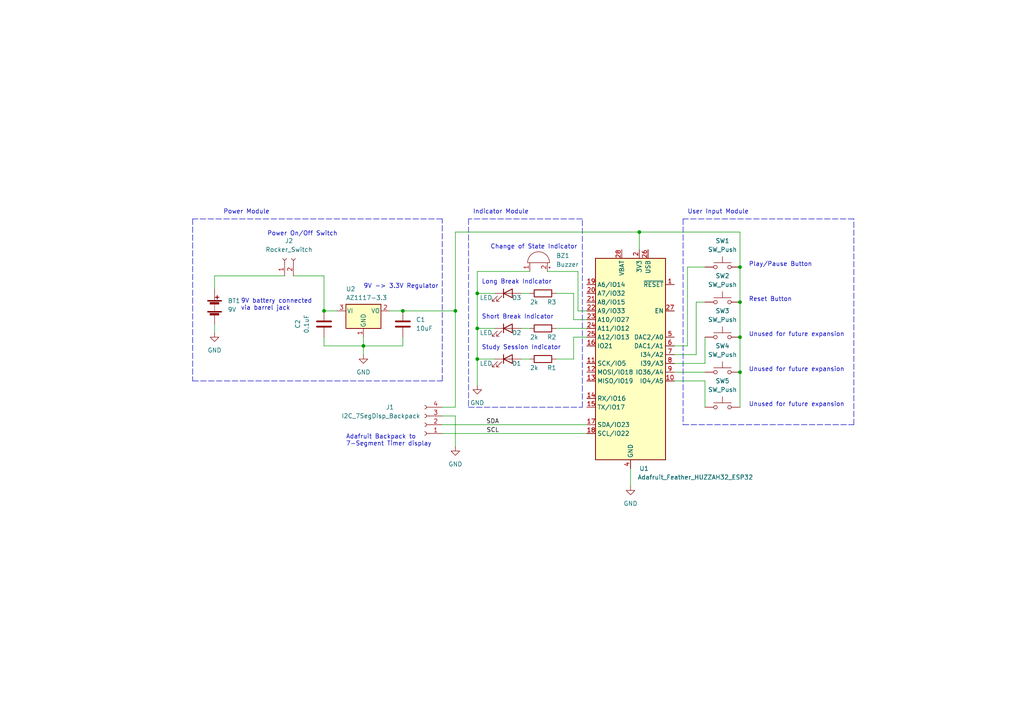
<source format=kicad_sch>
(kicad_sch (version 20211123) (generator eeschema)
  (paper "A4")
  (title_block (title "Pomodoro Clock Schematic") (date "2023-11-09") (rev "V1") (company "Portland State University - ECE 411: Industry Design Process (Team 8)"))
  (lib_symbols
    (symbol "Buzzer_1" (pin_names (offset 0.0254) hide)
      (property "Reference" "BZ" (at 3.81 1.27 0))
      (property "Value" "Buzzer_1" (at 3.81 -1.27 0))
      (symbol "Buzzer_1_0_1"
        (arc (start 0 -3.175) (mid 3.175 0) (end 0 3.175))
        (polyline (pts (xy -1.651 -3.175) (xy -1.143 -3.175)))
        (polyline (pts (xy -1.397 -2.921) (xy -1.397 -3.429)))
        (polyline (pts (xy 0 3.175) (xy 0 -3.175)))
      )
      (symbol "Buzzer_1_1_1"
        (pin passive line (at -2.54 2.54 0) (length 2.54) (name "-") (number "1"))
        (pin passive line (at -2.54 -2.54 0) (length 2.54) (name "+") (number "2"))
      )
    )
    (symbol "Connector:Conn_01x02_Female" (pin_names (offset 1.016) hide)
      (property "Reference" "J" (at 0 2.54 0))
      (property "Value" "Conn_01x02_Female" (at 0 -5.08 0))
      (symbol "Conn_01x02_Female_1_1"
        (arc (start 0 -2.032) (mid -0.508 -2.54) (end 0 -3.048) (stroke (width 0.1524)))
        (polyline (pts (xy -1.27 -2.54) (xy -0.508 -2.54)) (stroke (width 0.1524)))
        (polyline (pts (xy -1.27 0) (xy -0.508 0)) (stroke (width 0.1524)))
        (arc (start 0 0.508) (mid -0.508 0) (end 0 -0.508) (stroke (width 0.1524)))
        (pin passive line (at -5.08 0 0) (length 3.81) (name "Pin_1") (number "1"))
        (pin passive line (at -5.08 -2.54 0) (length 3.81) (name "Pin_2") (number "2"))
      )
    )
    (symbol "Connector:Conn_01x04_Female" (pin_names (offset 1.016) hide)
      (property "Reference" "J" (at 0 5.08 0))
      (property "Value" "Conn_01x04_Female" (at 0 -7.62 0))
      (symbol "Conn_01x04_Female_1_1"
        (arc (start 0 -4.572) (mid -0.508 -5.08) (end 0 -5.588) (stroke (width 0.1524)))
        (arc (start 0 -2.032) (mid -0.508 -2.54) (end 0 -3.048) (stroke (width 0.1524)))
        (polyline (pts (xy -1.27 -5.08) (xy -0.508 -5.08)) (stroke (width 0.1524)))
        (polyline (pts (xy -1.27 -2.54) (xy -0.508 -2.54)) (stroke (width 0.1524)))
        (polyline (pts (xy -1.27 0) (xy -0.508 0)) (stroke (width 0.1524)))
        (polyline (pts (xy -1.27 2.54) (xy -0.508 2.54)) (stroke (width 0.1524)))
        (arc (start 0 0.508) (mid -0.508 0) (end 0 -0.508) (stroke (width 0.1524)))
        (arc (start 0 3.048) (mid -0.508 2.54) (end 0 2.032) (stroke (width 0.1524)))
        (pin passive line (at -5.08 2.54 0) (length 3.81) (name "Pin_1") (number "1"))
        (pin passive line (at -5.08 0 0) (length 3.81) (name "Pin_2") (number "2"))
        (pin passive line (at -5.08 -2.54 0) (length 3.81) (name "Pin_3") (number "3"))
        (pin passive line (at -5.08 -5.08 0) (length 3.81) (name "Pin_4") (number "4"))
      )
    )
    (symbol "Device:Battery" (pin_numbers hide) (pin_names (offset 0) hide)
      (property "Reference" "BT" (at 2.54 2.54 0))
      (property "Value" "Battery" (at 2.54 0 0))
      (symbol "Battery_0_1"
        (rectangle (start -2.032 -1.397) (end 2.032 -1.651) (fill (type outline)))
        (rectangle (start -2.032 1.778) (end 2.032 1.524) (fill (type outline)))
        (rectangle (start -1.3208 -1.9812) (end 1.27 -2.4892) (fill (type outline)))
        (rectangle (start -1.3208 1.1938) (end 1.27 0.6858) (fill (type outline)))
        (polyline (pts (xy 0 -1.524) (xy 0 -1.27)))
        (polyline (pts (xy 0 -1.016) (xy 0 -0.762)))
        (polyline (pts (xy 0 -0.508) (xy 0 -0.254)))
        (polyline (pts (xy 0 0) (xy 0 0.254)))
        (polyline (pts (xy 0 0.508) (xy 0 0.762)))
        (polyline (pts (xy 0 1.778) (xy 0 2.54)))
        (polyline (pts (xy 0.254 2.667) (xy 1.27 2.667)) (stroke (width 0.254)))
        (polyline (pts (xy 0.762 3.175) (xy 0.762 2.159)) (stroke (width 0.254)))
      )
      (symbol "Battery_1_1"
        (pin passive line (at 0 5.08 270) (length 2.54) (name "+") (number "1"))
        (pin passive line (at 0 -5.08 90) (length 2.54) (name "-") (number "2"))
      )
    )
    (symbol "Device:C" (pin_numbers hide) (pin_names (offset 0.254))
      (property "Reference" "C" (at 0.635 2.54 0))
      (property "Value" "C" (at 0.635 -2.54 0))
      (symbol "C_0_1"
        (polyline (pts (xy -2.032 -0.762) (xy 2.032 -0.762)) (stroke (width 0.508)))
        (polyline (pts (xy -2.032 0.762) (xy 2.032 0.762)) (stroke (width 0.508)))
      )
      (symbol "C_1_1"
        (pin passive line (at 0 3.81 270) (length 2.794) (name "~") (number "1"))
        (pin passive line (at 0 -3.81 90) (length 2.794) (name "~") (number "2"))
      )
    )
    (symbol "Device:LED" (pin_numbers hide) (pin_names (offset 1.016) hide)
      (property "Reference" "D" (at 0 2.54 0))
      (property "Value" "LED" (at 0 -2.54 0))
      (symbol "LED_0_1"
        (polyline (pts (xy -1.27 -1.27) (xy -1.27 1.27)) (stroke (width 0.254)))
        (polyline (pts (xy -1.27 0) (xy 1.27 0)))
        (polyline (pts (xy 1.27 -1.27) (xy 1.27 1.27) (xy -1.27 0) (xy 1.27 -1.27)) (stroke (width 0.254)))
        (polyline (pts (xy -3.048 -0.762) (xy -4.572 -2.286) (xy -3.81 -2.286) (xy -4.572 -2.286) (xy -4.572 -1.524)))
        (polyline (pts (xy -1.778 -0.762) (xy -3.302 -2.286) (xy -2.54 -2.286) (xy -3.302 -2.286) (xy -3.302 -1.524)))
      )
      (symbol "LED_1_1"
        (pin passive line (at -3.81 0 0) (length 2.54) (name "K") (number "1"))
        (pin passive line (at 3.81 0 180) (length 2.54) (name "A") (number "2"))
      )
    )
    (symbol "Device:R" (pin_numbers hide) (pin_names (offset 0))
      (property "Reference" "R" (at 2.032 0 90))
      (property "Value" "R" (at 0 0 90))
      (symbol "R_0_1"
        (rectangle (start -1.016 -2.54) (end 1.016 2.54) (stroke (width 0.254)))
      )
      (symbol "R_1_1"
        (pin passive line (at 0 3.81 270) (length 1.27) (name "~") (number "1"))
        (pin passive line (at 0 -3.81 90) (length 1.27) (name "~") (number "2"))
      )
    )
    (symbol "MCU_Module:Adafruit_Feather_HUZZAH32_ESP32"
      (property "Reference" "A" (at -10.16 29.21 0))
      (property "Value" "Adafruit_Feather_HUZZAH32_ESP32" (at 2.54 -31.75 0))
      (symbol "Adafruit_Feather_HUZZAH32_ESP32_0_1"
        (rectangle (start -10.16 27.94) (end 10.16 -30.48) (stroke (width 0.254)) (fill (type background)))
      )
      (symbol "Adafruit_Feather_HUZZAH32_ESP32_1_1"
        (pin input line (at 12.7 20.32 180) (length 2.54) (name "~{RESET}") (number "1"))
        (pin bidirectional line (at 12.7 -7.62 180) (length 2.54) (name "IO4/A5") (number "10"))
        (pin bidirectional line (at -12.7 -2.54 0) (length 2.54) (name "SCK/IO5") (number "11"))
        (pin bidirectional line (at -12.7 -5.08 0) (length 2.54) (name "MOSI/IO18") (number "12"))
        (pin bidirectional line (at -12.7 -7.62 0) (length 2.54) (name "MISO/IO19") (number "13"))
        (pin bidirectional line (at -12.7 -12.7 0) (length 2.54) (name "RX/IO16") (number "14"))
        (pin bidirectional line (at -12.7 -15.24 0) (length 2.54) (name "TX/IO17") (number "15"))
        (pin bidirectional line (at -12.7 2.54 0) (length 2.54) (name "IO21") (number "16"))
        (pin bidirectional line (at -12.7 -20.32 0) (length 2.54) (name "SDA/IO23") (number "17"))
        (pin bidirectional line (at -12.7 -22.86 0) (length 2.54) (name "SCL/IO22") (number "18"))
        (pin bidirectional line (at -12.7 20.32 0) (length 2.54) (name "A6/IO14") (number "19"))
        (pin power_in line (at 2.54 30.48 270) (length 2.54) (name "3V3") (number "2"))
        (pin bidirectional line (at -12.7 17.78 0) (length 2.54) (name "A7/IO32") (number "20"))
        (pin bidirectional line (at -12.7 15.24 0) (length 2.54) (name "A8/IO15") (number "21"))
        (pin bidirectional line (at -12.7 12.7 0) (length 2.54) (name "A9/IO33") (number "22"))
        (pin bidirectional line (at -12.7 10.16 0) (length 2.54) (name "A10/IO27") (number "23"))
        (pin bidirectional line (at -12.7 7.62 0) (length 2.54) (name "A11/IO12") (number "24"))
        (pin bidirectional line (at -12.7 5.08 0) (length 2.54) (name "A12/IO13") (number "25"))
        (pin power_in line (at 5.08 30.48 270) (length 2.54) (name "USB") (number "26"))
        (pin input line (at 12.7 12.7 180) (length 2.54) (name "EN") (number "27"))
        (pin power_in line (at -2.54 30.48 270) (length 2.54) (name "VBAT") (number "28"))
        (pin no_connect line (at 10.16 10.16 180) (length 2.54) hide (name "NC") (number "3"))
        (pin power_in line (at 0 -33.02 90) (length 2.54) (name "GND") (number "4"))
        (pin bidirectional line (at 12.7 5.08 180) (length 2.54) (name "DAC2/A0") (number "5"))
        (pin bidirectional line (at 12.7 2.54 180) (length 2.54) (name "DAC1/A1") (number "6"))
        (pin bidirectional line (at 12.7 0 180) (length 2.54) (name "I34/A2") (number "7"))
        (pin bidirectional line (at 12.7 -2.54 180) (length 2.54) (name "I39/A3") (number "8"))
        (pin bidirectional line (at 12.7 -5.08 180) (length 2.54) (name "IO36/A4") (number "9"))
      )
    )
    (symbol "Regulator_Linear:AZ1117-3.3" (pin_names (offset 0.254))
      (property "Reference" "U" (at -3.81 3.175 0))
      (property "Value" "AZ1117-3.3" (at 0 3.175 0))
      (symbol "AZ1117-3.3_0_1"
        (rectangle (start -5.08 1.905) (end 5.08 -5.08) (stroke (width 0.254)) (fill (type background)))
      )
      (symbol "AZ1117-3.3_1_1"
        (pin power_in line (at 0 -7.62 90) (length 2.54) (name "GND") (number "1"))
        (pin power_out line (at 7.62 0 180) (length 2.54) (name "VO") (number "2"))
        (pin power_in line (at -7.62 0 0) (length 2.54) (name "VI") (number "3"))
      )
    )
    (symbol "Switch:SW_Push" (pin_numbers hide) (pin_names (offset 1.016) hide)
      (property "Reference" "SW" (at 1.27 2.54 0))
      (property "Value" "SW_Push" (at 0 -1.524 0))
      (symbol "SW_Push_0_1"
        (circle (center -2.032 0) (radius 0.508))
        (polyline (pts (xy 0 1.27) (xy 0 3.048)))
        (polyline (pts (xy 2.54 1.27) (xy -2.54 1.27)))
        (circle (center 2.032 0) (radius 0.508))
        (pin passive line (at -5.08 0 0) (length 2.54) (name "1") (number "1"))
        (pin passive line (at 5.08 0 180) (length 2.54) (name "2") (number "2"))
      )
    )
    (symbol "power:GND" (power) (pin_names (offset 0))
      (property "Value" "GND" (at 0 -3.81 0))
      (symbol "GND_0_1"
        (polyline (pts (xy 0 0) (xy 0 -1.27) (xy 1.27 -1.27) (xy 0 -2.54) (xy -1.27 -1.27) (xy 0 -1.27)))
      )
      (symbol "GND_1_1"
        (pin power_in line (at 0 0 270) (length 0) hide (name "GND") (number "1"))
      )
    )
  )
  (junction (at 105.41 100.33))
  (junction (at 138.43 95.25))
  (junction (at 214.63 77.47))
  (junction (at 138.43 104.14))
  (junction (at 116.84 90.17))
  (junction (at 93.98 90.17))
  (junction (at 214.63 107.95))
  (junction (at 214.63 87.63))
  (junction (at 132.08 90.17))
  (junction (at 214.63 97.79))
  (junction (at 185.42 67.31))
  (junction (at 138.43 85.09))
  (wire (pts (xy 128.27 120.65) (xy 132.08 120.65)))
  (wire (pts (xy 128.27 118.11) (xy 132.08 118.11)))
  (wire (pts (xy 143.51 104.14) (xy 138.43 104.14)))
  (wire (pts (xy 214.63 77.47) (xy 214.63 87.63)))
  (wire (pts (xy 158.75 78.74) (xy 167.64 78.74)))
  (wire (pts (xy 195.58 100.33) (xy 199.39 100.33)))
  (wire (pts (xy 195.58 105.41) (xy 204.47 105.41)))
  (wire (pts (xy 166.37 97.79) (xy 166.37 104.14)))
  (wire (pts (xy 138.43 95.25) (xy 138.43 104.14)))
  (wire (pts (xy 62.23 93.98) (xy 62.23 96.52)))
  (polyline (pts (xy 135.89 118.11) (xy 168.91 118.11)))
  (wire (pts (xy 151.13 95.25) (xy 153.67 95.25)))
  (polyline (pts (xy 135.89 63.5) (xy 135.89 118.11)))
  (wire (pts (xy 138.43 95.25) (xy 143.51 95.25)))
  (polyline (pts (xy 128.27 110.49) (xy 128.27 63.5)))
  (wire (pts (xy 128.27 125.73) (xy 170.18 125.73)))
  (wire (pts (xy 93.98 80.01) (xy 93.98 90.17)))
  (wire (pts (xy 204.47 87.63) (xy 201.93 87.63)))
  (wire (pts (xy 138.43 85.09) (xy 138.43 95.25)))
  (wire (pts (xy 214.63 87.63) (xy 214.63 97.79)))
  (wire (pts (xy 170.18 97.79) (xy 166.37 97.79)))
  (polyline (pts (xy 168.91 63.5) (xy 135.89 63.5)))
  (wire (pts (xy 166.37 104.14) (xy 161.29 104.14)))
  (wire (pts (xy 185.42 67.31) (xy 214.63 67.31)))
  (polyline (pts (xy 168.91 118.11) (xy 168.91 63.5)))
  (wire (pts (xy 132.08 118.11) (xy 132.08 90.17)))
  (wire (pts (xy 116.84 100.33) (xy 105.41 100.33)))
  (wire (pts (xy 161.29 95.25) (xy 170.18 95.25)))
  (wire (pts (xy 204.47 110.49) (xy 204.47 118.11)))
  (wire (pts (xy 138.43 104.14) (xy 138.43 111.76)))
  (wire (pts (xy 166.37 92.71) (xy 170.18 92.71)))
  (wire (pts (xy 138.43 78.74) (xy 153.67 78.74)))
  (wire (pts (xy 214.63 67.31) (xy 214.63 77.47)))
  (wire (pts (xy 132.08 67.31) (xy 185.42 67.31)))
  (wire (pts (xy 116.84 90.17) (xy 132.08 90.17)))
  (wire (pts (xy 199.39 100.33) (xy 199.39 77.47)))
  (wire (pts (xy 166.37 85.09) (xy 166.37 92.71)))
  (wire (pts (xy 214.63 97.79) (xy 214.63 107.95)))
  (wire (pts (xy 138.43 78.74) (xy 138.43 85.09)))
  (wire (pts (xy 62.23 83.82) (xy 62.23 80.01)))
  (polyline (pts (xy 128.27 63.5) (xy 55.88 63.5)) (stroke (width 0) (type dash)))
  (wire (pts (xy 204.47 105.41) (xy 204.47 97.79)))
  (polyline (pts (xy 247.65 123.19) (xy 247.65 63.5)))
  (polyline (pts (xy 247.65 63.5) (xy 198.12 63.5)))
  (wire (pts (xy 85.09 80.01) (xy 93.98 80.01)))
  (polyline (pts (xy 55.88 63.5) (xy 55.88 110.49)))
  (wire (pts (xy 182.88 140.97) (xy 182.88 135.89)))
  (wire (pts (xy 93.98 100.33) (xy 105.41 100.33)))
  (wire (pts (xy 195.58 102.87) (xy 201.93 102.87)))
  (wire (pts (xy 199.39 77.47) (xy 204.47 77.47)))
  (wire (pts (xy 62.23 80.01) (xy 82.55 80.01)))
  (wire (pts (xy 132.08 67.31) (xy 132.08 90.17)))
  (wire (pts (xy 167.64 78.74) (xy 167.64 90.17)))
  (wire (pts (xy 128.27 123.19) (xy 170.18 123.19)))
  (wire (pts (xy 93.98 90.17) (xy 97.79 90.17)))
  (wire (pts (xy 214.63 107.95) (xy 214.63 118.11)))
  (wire (pts (xy 105.41 100.33) (xy 105.41 102.87)))
  (wire (pts (xy 201.93 87.63) (xy 201.93 102.87)))
  (wire (pts (xy 116.84 97.79) (xy 116.84 100.33)))
  (wire (pts (xy 132.08 120.65) (xy 132.08 129.54)))
  (wire (pts (xy 161.29 85.09) (xy 166.37 85.09)))
  (wire (pts (xy 113.03 90.17) (xy 116.84 90.17)))
  (wire (pts (xy 151.13 85.09) (xy 153.67 85.09)))
  (wire (pts (xy 105.41 97.79) (xy 105.41 100.33)))
  (wire (pts (xy 195.58 110.49) (xy 204.47 110.49)))
  (wire (pts (xy 138.43 85.09) (xy 143.51 85.09)))
  (wire (pts (xy 185.42 67.31) (xy 185.42 72.39)))
  (polyline (pts (xy 55.88 110.49) (xy 128.27 110.49)))
  (wire (pts (xy 195.58 107.95) (xy 204.47 107.95)))
  (wire (pts (xy 93.98 97.79) (xy 93.98 100.33)))
  (wire (pts (xy 167.64 90.17) (xy 170.18 90.17)))
  (polyline (pts (xy 198.12 123.19) (xy 247.65 123.19)))
  (polyline (pts (xy 198.12 63.5) (xy 198.12 123.19)))
  (wire (pts (xy 153.67 104.14) (xy 151.13 104.14)))
  (text "Unused for future expansion\n" (at 217.17 97.79 0) (effects (font (size 1.27 1.27)) (justify left bottom)))
  (text "9V battery connected\nvia barrel jack\n" (at 69.85 90.17 0) (effects (font (size 1.27 1.27)) (justify left bottom)))
  (text "Adafruit Backpack to\n7-Segment Timer display" (at 100.33 129.54 0) (effects (font (size 1.27 1.27)) (justify left bottom)))
  (text "Long Break Indicator\n" (at 139.7 82.55 0) (effects (font (size 1.27 1.27)) (justify left bottom)))
  (text "Unused for future expansion\n" (at 217.17 107.95 0) (effects (font (size 1.27 1.27)) (justify left bottom)))
  (text "Study Session Indicator\n" (at 139.7 101.6 0) (effects (font (size 1.27 1.27)) (justify left bottom)))
  (text "Power Module\n" (at 64.77 62.23 0) (effects (font (size 1.27 1.27)) (justify left bottom)))
  (text "Indicator Module" (at 137.16 62.23 0) (effects (font (size 1.27 1.27)) (justify left bottom)))
  (text "User Input Module" (at 199.39 62.23 0) (effects (font (size 1.27 1.27)) (justify left bottom)))
  (text "Play/Pause Button\n" (at 217.17 77.47 0) (effects (font (size 1.27 1.27)) (justify left bottom)))
  (text "Reset Button\n" (at 217.17 87.63 0) (effects (font (size 1.27 1.27)) (justify left bottom)))
  (text "Short Break Indicator\n" (at 139.7 92.71 0) (effects (font (size 1.27 1.27)) (justify left bottom)))
  (text "Power On/Off Switch\n" (at 77.47 68.58 0) (effects (font (size 1.27 1.27)) (justify left bottom)))
  (text "Unused for future expansion\n" (at 217.17 118.11 0) (effects (font (size 1.27 1.27)) (justify left bottom)))
  (text "9V -> 3.3V Regulator\n" (at 105.41 83.82 0) (effects (font (size 1.27 1.27)) (justify left bottom)))
  (text "Change of State Indicator\n" (at 142.24 72.39 0) (effects (font (size 1.27 1.27)) (justify left bottom)))
  (label "SDA" (at 144.78 123.19 180))
  (label "SCL" (at 144.78 125.73 180))
  (symbol (lib_id "Device:C") (at 93.98 93.98 180) (unit 1)
    (property "Reference" "C2" (at 86.36 93.98 90))
    (property "Value" "0.1uF" (at 88.9 93.98 90))
    (property "Footprint" "Capacitor_SMD:C_0603_1608Metric" (effects hide))
  )
  (symbol (lib_id "Device:R") (at 157.48 104.14 270) (unit 1)
    (property "Reference" "R1" (at 160.02 106.68 90))
    (property "Value" "2k" (at 154.94 106.68 90))
    (property "Footprint" "Resistor_THT:R_Axial_DIN0204_L3.6mm_D1.6mm_P7.62mm_Horizontal" (effects hide))
  )
  (symbol (lib_id "power:GND") (at 105.41 102.87 0) (unit 1)
    (property "Reference" "#PWR0104" (effects hide))
    (property "Value" "GND" (at 105.41 107.95 0))
  )
  (symbol (lib_id "power:GND") (at 62.23 96.52 0) (unit 1)
    (property "Reference" "#PWR0105" (effects hide))
    (property "Value" "GND" (at 62.23 101.6 0))
  )
  (symbol (lib_id "Connector:Conn_01x04_Female") (at 123.19 123.19 180) (unit 1)
    (property "Reference" "J1" (at 114.3 118.11 0) (effects (justify left)))
    (property "Value" "I2C_7SegDisp_Backpack" (at 121.92 120.6501 0) (effects (justify left)))
    (property "Footprint" "Connector_PinHeader_2.54mm:PinHeader_1x04_P2.54mm_Vertical" (effects hide))
  )
  (symbol (lib_id "power:GND") (at 182.88 140.97 0) (unit 1)
    (property "Reference" "#PWR0103" (effects hide))
    (property "Value" "GND" (at 182.88 146.05 0))
  )
  (symbol (lib_id "Device:LED") (at 147.32 104.14 0) (unit 1)
    (property "Reference" "D1" (at 149.86 105.41 0))
    (property "Value" "LED" (at 140.97 105.41 0))
    (property "Footprint" "LED_THT:LED_D3.0mm" (effects hide))
  )
  (symbol (lib_id "Switch:SW_Push") (at 209.55 87.63 0) (unit 1)
    (property "Reference" "SW2" (at 209.55 80.01 0))
    (property "Value" "SW_Push" (at 209.55 82.55 0))
    (property "Footprint" "Button_Switch_THT:SW_PUSH_6mm" (effects hide))
  )
  (symbol (lib_id "power:GND") (at 138.43 111.76 0) (unit 1)
    (property "Reference" "#PWR0101" (effects hide))
    (property "Value" "GND" (at 138.43 116.84 0))
  )
  (symbol (lib_name "Buzzer_1") (lib_id "Device:Buzzer") (at 156.21 76.2 90) (unit 1)
    (property "Reference" "BZ1" (at 161.29 74.1679 90) (effects (justify right)))
    (property "Value" "Buzzer" (at 161.29 76.7079 90) (effects (justify right)))
    (property "Footprint" "Buzzer_Beeper:Buzzer_12x9.5RM7.6" (effects hide))
  )
  (symbol (lib_id "Device:R") (at 157.48 95.25 270) (unit 1)
    (property "Reference" "R2" (at 160.02 97.79 90))
    (property "Value" "2k" (at 154.94 97.79 90))
    (property "Footprint" "Resistor_THT:R_Axial_DIN0204_L3.6mm_D1.6mm_P7.62mm_Horizontal" (effects hide))
  )
  (symbol (lib_id "Switch:SW_Push") (at 209.55 97.79 0) (unit 1)
    (property "Reference" "SW3" (at 209.55 90.17 0))
    (property "Value" "SW_Push" (at 209.55 92.71 0))
    (property "Footprint" "Button_Switch_THT:SW_PUSH_6mm" (effects hide))
  )
  (symbol (lib_id "Device:LED") (at 147.32 95.25 0) (unit 1)
    (property "Reference" "D2" (at 149.86 96.52 0))
    (property "Value" "LED" (at 140.97 96.52 0))
    (property "Footprint" "LED_THT:LED_D3.0mm" (effects hide))
  )
  (symbol (lib_id "Device:R") (at 157.48 85.09 270) (unit 1)
    (property "Reference" "R3" (at 160.02 87.63 90))
    (property "Value" "2k" (at 154.94 87.63 90))
    (property "Footprint" "Resistor_THT:R_Axial_DIN0204_L3.6mm_D1.6mm_P7.62mm_Horizontal" (effects hide))
  )
  (symbol (lib_id "Switch:SW_Push") (at 209.55 77.47 0) (unit 1)
    (property "Reference" "SW1" (at 209.55 69.85 0))
    (property "Value" "SW_Push" (at 209.55 72.39 0))
    (property "Footprint" "Button_Switch_THT:SW_PUSH_6mm" (effects hide))
  )
  (symbol (lib_id "power:GND") (at 132.08 129.54 0) (unit 1)
    (property "Reference" "#PWR0102" (effects hide))
    (property "Value" "GND" (at 132.08 134.62 0))
  )
  (symbol (lib_id "Connector:Conn_01x02_Female") (at 82.55 74.93 90) (unit 1)
    (property "Reference" "J2" (at 83.82 69.85 90))
    (property "Value" "Rocker_Switch" (at 83.82 72.39 90))
    (property "Footprint" "Connector_PinHeader_2.54mm:PinHeader_1x02_P2.54mm_Vertical" (effects hide))
  )
  (symbol (lib_id "Switch:SW_Push") (at 209.55 118.11 0) (unit 1)
    (property "Reference" "SW5" (at 209.55 110.49 0))
    (property "Value" "SW_Push" (at 209.55 113.03 0))
    (property "Footprint" "Button_Switch_THT:SW_PUSH_6mm" (effects hide))
  )
  (symbol (lib_id "Device:Battery") (at 62.23 88.9 0) (unit 1)
    (property "Reference" "BT1" (at 66.04 87.2489 0) (effects (justify left)))
    (property "Value" "9V" (at 66.04 89.7889 0) (effects (justify left)))
    (property "Footprint" "Connector_BarrelJack:BarrelJack_CUI_PJ-102AH_Horizontal" (effects hide))
  )
  (symbol (lib_id "Device:LED") (at 147.32 85.09 0) (unit 1)
    (property "Reference" "D3" (at 149.86 86.36 0))
    (property "Value" "LED" (at 140.97 86.36 0))
    (property "Footprint" "LED_THT:LED_D3.0mm" (effects hide))
  )
  (symbol (lib_id "Switch:SW_Push") (at 209.55 107.95 0) (unit 1)
    (property "Reference" "SW4" (at 209.55 100.33 0))
    (property "Value" "SW_Push" (at 209.55 102.87 0))
    (property "Footprint" "Button_Switch_THT:SW_PUSH_6mm" (effects hide))
  )
  (symbol (lib_id "MCU_Module:Adafruit_Feather_HUZZAH32_ESP32") (at 182.88 102.87 0) (unit 1)
    (property "Reference" "U1" (at 185.42 135.89 0) (effects (justify left)))
    (property "Value" "Adafruit_Feather_HUZZAH32_ESP32" (at 184.8994 138.43 0) (effects (justify left)))
    (property "Footprint" "Module:Adafruit_Feather" (effects hide))
    (property "Datasheet" "https://cdn-learn.adafruit.com/downloads/pdf/adafruit-huzzah32-esp32-feather.pdf" (effects hide))
  )
  (symbol (lib_id "Device:C") (at 116.84 93.98 0) (unit 1)
    (property "Reference" "C1" (at 120.65 92.7099 0) (effects (justify left)))
    (property "Value" "10uF" (at 120.65 95.2499 0) (effects (justify left)))
    (property "Footprint" "Capacitor_THT:CP_Radial_D8.0mm_P3.50mm" (effects hide))
  )
  (symbol (lib_id "Regulator_Linear:AZ1117-3.3") (at 105.41 90.17 0) (unit 1)
    (property "Reference" "U2" (at 100.33 83.82 0) (effects (justify left)))
    (property "Value" "AZ1117-3.3" (at 100.33 86.36 0) (effects (justify left)))
    (property "Footprint" "Package_TO_SOT_SMD:SOT-223" (effects hide))
    (property "Datasheet" "https://www.diodes.com/assets/Datasheets/AZ1117.pdf" (effects hide))
  )
)
</source>
